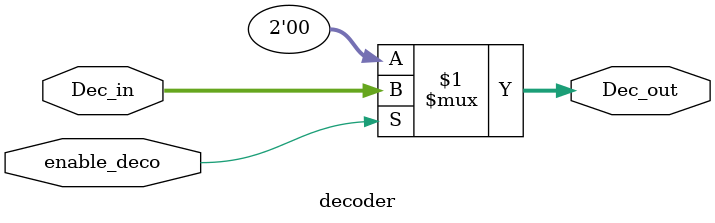
<source format=sv>

module decoder(
					input  logic enable_deco,
					input  logic [1:0] Dec_in, 
					output logic [1:0] Dec_out  
					
);



assign Dec_out = enable_deco ? Dec_in : 2'b00 ;


endmodule


</source>
